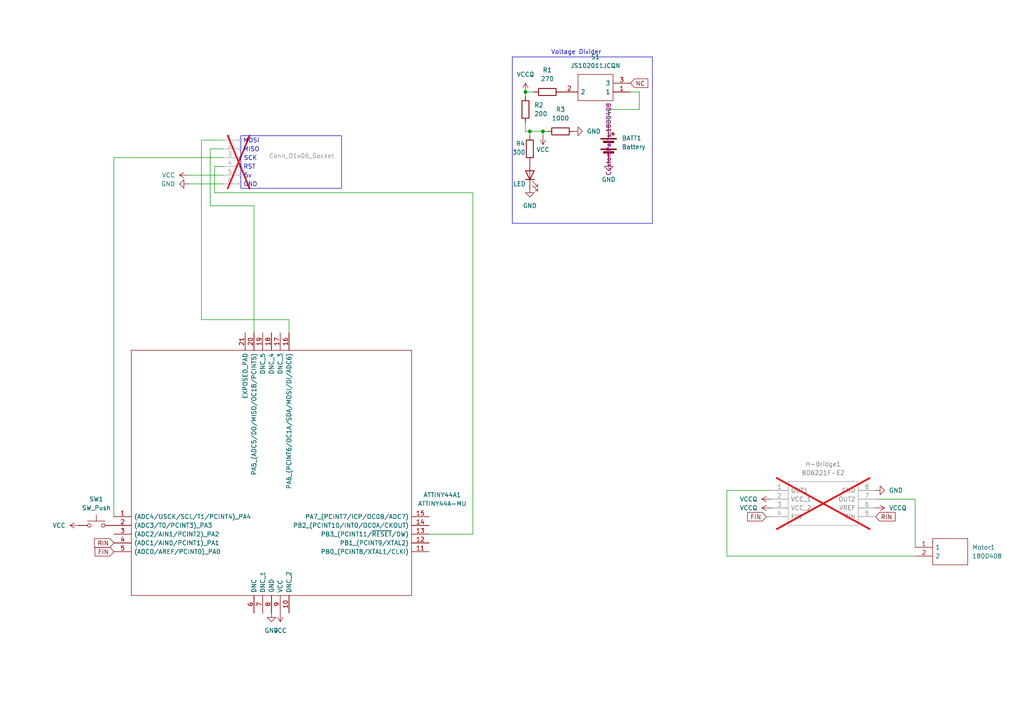
<source format=kicad_sch>
(kicad_sch (version 20231120) (generator "eeschema") (generator_version "8.0")
  (paper "A4")
  (lib_symbols
    (symbol "Connector:Conn_01x06_Socket" (pin_names (offset 1.016) hide)
      (property "Reference" "J" (at 0 7.62 0))
      (property "Value" "Conn_01x06_Socket" (at 0 -10.16 0))
      (symbol "Conn_01x06_Socket_1_1"
        (arc (start 0 -7.112) (mid -0.5058 -7.62) (end 0 -8.128) (stroke (width 0.1524)))
        (arc (start 0 -4.572) (mid -0.5058 -5.08) (end 0 -5.588) (stroke (width 0.1524)))
        (arc (start 0 -2.032) (mid -0.5058 -2.54) (end 0 -3.048) (stroke (width 0.1524)))
        (polyline (pts (xy -1.27 -7.62) (xy -0.508 -7.62)) (stroke (width 0.1524)))
        (polyline (pts (xy -1.27 -5.08) (xy -0.508 -5.08)) (stroke (width 0.1524)))
        (polyline (pts (xy -1.27 -2.54) (xy -0.508 -2.54)) (stroke (width 0.1524)))
        (polyline (pts (xy -1.27 0) (xy -0.508 0)) (stroke (width 0.1524)))
        (polyline (pts (xy -1.27 2.54) (xy -0.508 2.54)) (stroke (width 0.1524)))
        (polyline (pts (xy -1.27 5.08) (xy -0.508 5.08)) (stroke (width 0.1524)))
        (arc (start 0 0.508) (mid -0.5058 0) (end 0 -0.508) (stroke (width 0.1524)))
        (arc (start 0 3.048) (mid -0.5058 2.54) (end 0 2.032) (stroke (width 0.1524)))
        (arc (start 0 5.588) (mid -0.5058 5.08) (end 0 4.572) (stroke (width 0.1524)))
        (pin passive line (at -5.08 5.08 0) (length 3.81) (name "Pin_1") (number "1"))
        (pin passive line (at -5.08 2.54 0) (length 3.81) (name "Pin_2") (number "2"))
        (pin passive line (at -5.08 0 0) (length 3.81) (name "Pin_3") (number "3"))
        (pin passive line (at -5.08 -2.54 0) (length 3.81) (name "Pin_4") (number "4"))
        (pin passive line (at -5.08 -5.08 0) (length 3.81) (name "Pin_5") (number "5"))
        (pin passive line (at -5.08 -7.62 0) (length 3.81) (name "Pin_6") (number "6"))
      )
    )
    (symbol "CustomParts:1800408" (pin_names (offset 0.762))
      (property "Reference" "J" (at 16.51 7.62 0))
      (property "Value" "1800408" (at 16.51 5.08 0))
      (symbol "1800408_0_0"
        (pin passive line (at 0 0 0) (length 5.08) (name "1") (number "1"))
        (pin passive line (at 0 -2.54 0) (length 5.08) (name "2") (number "2"))
      )
      (symbol "1800408_0_1"
        (polyline (pts (xy 5.08 2.54) (xy 15.24 2.54) (xy 15.24 -5.08) (xy 5.08 -5.08) (xy 5.08 2.54)) (stroke (width 0.1524)))
      )
    )
    (symbol "CustomParts:ATTINY44A-MU" (pin_names (offset 0.762))
      (property "Reference" "IC" (at 87.63 53.34 0))
      (property "Value" "ATTINY44A-MU" (at 87.63 50.8 0))
      (symbol "ATTINY44A-MU_0_0"
        (pin input line (at 0 0 0) (length 5.08) (name "(ADC4/USCK/SCL/T1/PCINT4)_PA4") (number "1"))
        (pin passive line (at 50.8 -27.94 90) (length 5.08) (name "DNC_2") (number "10"))
        (pin input line (at 91.44 -10.16 180) (length 5.08) (name "PB0_(PCINT8/XTAL1/CLKI)") (number "11"))
        (pin input line (at 91.44 -7.62 180) (length 5.08) (name "PB1_(PCINT9/XTAL2)") (number "12"))
        (pin input line (at 91.44 -5.08 180) (length 5.08) (name "PB3_(PCINT11/~{RESET}/DW)") (number "13"))
        (pin output line (at 91.44 -2.54 180) (length 5.08) (name "PB2_(PCINT10/INT0/OC0A/CKOUT)") (number "14"))
        (pin input line (at 91.44 0 180) (length 5.08) (name "PA7_(PCINT7/ICP/OC0B/ADC7)") (number "15"))
        (pin input line (at 50.8 53.34 270) (length 5.08) (name "PA6_(PCINT6/OC1A/SDA/MOSI/DI/ADC6)") (number "16"))
        (pin passive line (at 48.26 53.34 270) (length 5.08) (name "DNC_3") (number "17"))
        (pin passive line (at 45.72 53.34 270) (length 5.08) (name "DNC_4") (number "18"))
        (pin passive line (at 43.18 53.34 270) (length 5.08) (name "DNC_5") (number "19"))
        (pin input line (at 0 -2.54 0) (length 5.08) (name "(ADC3/T0/PCINT3)_PA3") (number "2"))
        (pin input line (at 40.64 53.34 270) (length 5.08) (name "PA5_(ADC5/DO/MISO/OC1B/PCINT5)") (number "20"))
        (pin passive line (at 38.1 53.34 270) (length 5.08) (name "EXPOSED_PAD") (number "21"))
        (pin input line (at 0 -5.08 0) (length 5.08) (name "(ADC2/AIN1/PCINT2)_PA2") (number "3"))
        (pin input line (at 0 -7.62 0) (length 5.08) (name "(ADC1/AIN0/PCINT1)_PA1") (number "4"))
        (pin input line (at 0 -10.16 0) (length 5.08) (name "(ADC0/AREF/PCINT0)_PA0") (number "5"))
        (pin passive line (at 40.64 -27.94 90) (length 5.08) (name "DNC") (number "6"))
        (pin passive line (at 43.18 -27.94 90) (length 5.08) (name "DNC_1") (number "7"))
        (pin power_in line (at 45.72 -27.94 90) (length 5.08) (name "GND") (number "8"))
        (pin power_in line (at 48.26 -27.94 90) (length 5.08) (name "VCC") (number "9"))
      )
      (symbol "ATTINY44A-MU_0_1"
        (polyline (pts (xy 5.08 48.26) (xy 86.36 48.26) (xy 86.36 -22.86) (xy 5.08 -22.86) (xy 5.08 48.26)) (stroke (width 0.1524)))
      )
    )
    (symbol "CustomParts:BD6221F-E2" (pin_names (offset 0.762))
      (property "Reference" "IC" (at 26.67 7.62 0))
      (property "Value" "BD6221F-E2" (at 26.67 5.08 0))
      (symbol "BD6221F-E2_0_0"
        (pin passive line (at 0 0 0) (length 5.08) (name "OUT1") (number "1"))
        (pin passive line (at 0 -2.54 0) (length 5.08) (name "VCC_1") (number "2"))
        (pin passive line (at 0 -5.08 0) (length 5.08) (name "VCC_2") (number "3"))
        (pin passive line (at 0 -7.62 0) (length 5.08) (name "FIN") (number "4"))
        (pin passive line (at 30.48 -7.62 180) (length 5.08) (name "RIN") (number "5"))
        (pin passive line (at 30.48 -5.08 180) (length 5.08) (name "VREF") (number "6"))
        (pin passive line (at 30.48 -2.54 180) (length 5.08) (name "OUT2") (number "7"))
        (pin passive line (at 30.48 0 180) (length 5.08) (name "GND") (number "8"))
      )
      (symbol "BD6221F-E2_0_1"
        (polyline (pts (xy 5.08 2.54) (xy 25.4 2.54) (xy 25.4 -10.16) (xy 5.08 -10.16) (xy 5.08 2.54)) (stroke (width 0.1524)))
      )
    )
    (symbol "CustomParts:JS102011JCQN" (pin_names (offset 0.762))
      (property "Reference" "S" (at 16.51 7.62 0))
      (property "Value" "JS102011JCQN" (at 16.51 5.08 0))
      (symbol "JS102011JCQN_0_0"
        (pin passive line (at 0 0 0) (length 5.08) (name "1") (number "1"))
        (pin passive line (at 20.32 0 180) (length 5.08) (name "2") (number "2"))
        (pin passive line (at 0 -2.54 0) (length 5.08) (name "3") (number "3"))
      )
      (symbol "JS102011JCQN_0_1"
        (polyline (pts (xy 5.08 2.54) (xy 15.24 2.54) (xy 15.24 -5.08) (xy 5.08 -5.08) (xy 5.08 2.54)) (stroke (width 0.1524)))
      )
    )
    (symbol "Device:Battery" (pin_numbers hide) (pin_names (offset 0) hide)
      (property "Reference" "BT" (at 2.54 2.54 0))
      (property "Value" "Battery" (at 2.54 0 0))
      (symbol "Battery_0_1"
        (rectangle (start -2.286 -1.27) (end 2.286 -1.524) (fill (type outline)))
        (rectangle (start -2.286 1.778) (end 2.286 1.524) (fill (type outline)))
        (rectangle (start -1.524 -2.032) (end 1.524 -2.54) (fill (type outline)))
        (rectangle (start -1.524 1.016) (end 1.524 0.508) (fill (type outline)))
        (polyline (pts (xy 0 -1.016) (xy 0 -0.762)))
        (polyline (pts (xy 0 -0.508) (xy 0 -0.254)))
        (polyline (pts (xy 0 0) (xy 0 0.254)))
        (polyline (pts (xy 0 1.778) (xy 0 2.54)))
        (polyline (pts (xy 0.762 3.048) (xy 1.778 3.048)) (stroke (width 0.254)))
        (polyline (pts (xy 1.27 3.556) (xy 1.27 2.54)) (stroke (width 0.254)))
      )
      (symbol "Battery_1_1"
        (pin passive line (at 0 5.08 270) (length 2.54) (name "+") (number "1"))
        (pin passive line (at 0 -5.08 90) (length 2.54) (name "-") (number "2"))
      )
    )
    (symbol "Device:LED" (pin_numbers hide) (pin_names (offset 1.016) hide)
      (property "Reference" "D" (at 0 2.54 0))
      (property "Value" "LED" (at 0 -2.54 0))
      (symbol "LED_0_1"
        (polyline (pts (xy -1.27 -1.27) (xy -1.27 1.27)) (stroke (width 0.254)))
        (polyline (pts (xy -1.27 0) (xy 1.27 0)))
        (polyline (pts (xy 1.27 -1.27) (xy 1.27 1.27) (xy -1.27 0) (xy 1.27 -1.27)) (stroke (width 0.254)))
        (polyline (pts (xy -3.048 -0.762) (xy -4.572 -2.286) (xy -3.81 -2.286) (xy -4.572 -2.286) (xy -4.572 -1.524)))
        (polyline (pts (xy -1.778 -0.762) (xy -3.302 -2.286) (xy -2.54 -2.286) (xy -3.302 -2.286) (xy -3.302 -1.524)))
      )
      (symbol "LED_1_1"
        (pin passive line (at -3.81 0 0) (length 2.54) (name "K") (number "1"))
        (pin passive line (at 3.81 0 180) (length 2.54) (name "A") (number "2"))
      )
    )
    (symbol "Device:R" (pin_numbers hide) (pin_names (offset 0))
      (property "Reference" "R" (at 2.032 0 90))
      (property "Value" "R" (at 0 0 90))
      (symbol "R_0_1"
        (rectangle (start -1.016 -2.54) (end 1.016 2.54) (stroke (width 0.254)))
      )
      (symbol "R_1_1"
        (pin passive line (at 0 3.81 270) (length 1.27) (name "~") (number "1"))
        (pin passive line (at 0 -3.81 90) (length 1.27) (name "~") (number "2"))
      )
    )
    (symbol "Switch:SW_Push" (pin_numbers hide) (pin_names (offset 1.016) hide)
      (property "Reference" "SW" (at 1.27 2.54 0))
      (property "Value" "SW_Push" (at 0 -1.524 0))
      (symbol "SW_Push_0_1"
        (circle (center -2.032 0) (radius 0.508))
        (polyline (pts (xy 0 1.27) (xy 0 3.048)))
        (polyline (pts (xy 2.54 1.27) (xy -2.54 1.27)))
        (circle (center 2.032 0) (radius 0.508))
        (pin passive line (at -5.08 0 0) (length 2.54) (name "1") (number "1"))
        (pin passive line (at 5.08 0 180) (length 2.54) (name "2") (number "2"))
      )
    )
    (symbol "power:GND" (power) (pin_numbers hide) (pin_names (offset 0) hide)
      (property "Value" "GND" (at 0 -3.81 0))
      (symbol "GND_0_1"
        (polyline (pts (xy 0 0) (xy 0 -1.27) (xy 1.27 -1.27) (xy 0 -2.54) (xy -1.27 -1.27) (xy 0 -1.27)))
      )
      (symbol "GND_1_1"
        (pin power_in line (at 0 0 270) (length 0) (name "~") (number "1"))
      )
    )
    (symbol "power:VCC" (power) (pin_numbers hide) (pin_names (offset 0) hide)
      (property "Value" "VCC" (at 0 3.556 0))
      (symbol "VCC_0_1"
        (polyline (pts (xy -0.762 1.27) (xy 0 2.54)))
        (polyline (pts (xy 0 0) (xy 0 2.54)))
        (polyline (pts (xy 0 2.54) (xy 0.762 1.27)))
      )
      (symbol "VCC_1_1"
        (pin power_in line (at 0 0 90) (length 0) (name "~") (number "1"))
      )
    )
    (symbol "power:VCCQ" (power) (pin_numbers hide) (pin_names (offset 0) hide)
      (property "Value" "VCCQ" (at 0 3.556 0))
      (symbol "VCCQ_0_1"
        (polyline (pts (xy -0.762 1.27) (xy 0 2.54)))
        (polyline (pts (xy 0 0) (xy 0 2.54)))
        (polyline (pts (xy 0 2.54) (xy 0.762 1.27)))
      )
      (symbol "VCCQ_1_1"
        (pin power_in line (at 0 0 90) (length 0) (name "~") (number "1"))
      )
    )
  )
  (junction (at 153.67 38.1))
  (junction (at 152.4 26.67))
  (junction (at 157.48 38.1))
  (wire (pts (xy 137.16 55.88) (xy 62.23 55.88)))
  (wire (pts (xy 157.48 38.1) (xy 158.75 38.1)))
  (wire (pts (xy 33.02 45.72) (xy 33.02 149.86)))
  (wire (pts (xy 152.4 26.67) (xy 154.94 26.67)))
  (wire (pts (xy 185.42 26.67) (xy 182.88 26.67)))
  (wire (pts (xy 73.66 59.69) (xy 73.66 96.52)))
  (wire (pts (xy 62.23 48.26) (xy 64.77 48.26)))
  (wire (pts (xy 254 144.78) (xy 265.43 144.78)))
  (wire (pts (xy 153.67 38.1) (xy 157.48 38.1)))
  (wire (pts (xy 73.66 59.69) (xy 60.96 59.69)))
  (wire (pts (xy 210.82 142.24) (xy 210.82 161.29)))
  (wire (pts (xy 137.16 154.94) (xy 137.16 55.88)))
  (wire (pts (xy 152.4 38.1) (xy 153.67 38.1)))
  (wire (pts (xy 210.82 161.29) (xy 265.43 161.29)))
  (wire (pts (xy 54.61 50.8) (xy 64.77 50.8)))
  (wire (pts (xy 54.61 53.34) (xy 64.77 53.34)))
  (wire (pts (xy 64.77 40.64) (xy 58.42 40.64)))
  (wire (pts (xy 58.42 40.64) (xy 58.42 92.71)))
  (wire (pts (xy 176.53 31.75) (xy 185.42 31.75)))
  (wire (pts (xy 223.52 142.24) (xy 210.82 142.24)))
  (wire (pts (xy 124.46 154.94) (xy 137.16 154.94)))
  (wire (pts (xy 222.25 149.86) (xy 223.52 149.86)))
  (wire (pts (xy 153.67 39.37) (xy 153.67 38.1)))
  (wire (pts (xy 33.02 45.72) (xy 64.77 45.72)))
  (wire (pts (xy 185.42 31.75) (xy 185.42 26.67)))
  (wire (pts (xy 58.42 92.71) (xy 83.82 92.71)))
  (wire (pts (xy 60.96 59.69) (xy 60.96 43.18)))
  (wire (pts (xy 60.96 43.18) (xy 64.77 43.18)))
  (wire (pts (xy 152.4 27.94) (xy 152.4 26.67)))
  (wire (pts (xy 62.23 55.88) (xy 62.23 48.26)))
  (wire (pts (xy 265.43 144.78) (xy 265.43 158.75)))
  (wire (pts (xy 152.4 35.56) (xy 152.4 38.1)))
  (wire (pts (xy 83.82 92.71) (xy 83.82 96.52)))
  (wire (pts (xy 157.48 38.1) (xy 157.48 39.37)))
  (wire (pts (xy 176.53 36.83) (xy 176.53 31.75)))
  (rectangle (start 69.85 39.37) (end 99.06 54.61))
  (rectangle (start 148.59 16.51) (end 189.23 64.77))
  (text "MOSI\n" (at 72.898 40.894 0) (effects (font (size 1.27 1.27))))
  (text "RST" (at 72.39 48.514 0) (effects (font (size 1.27 1.27))))
  (text "5v" (at 71.882 51.054 0) (effects (font (size 1.27 1.27))))
  (text "Voltage Divider" (at 167.132 15.24 0) (effects (font (size 1.27 1.27))))
  (text "GND\n" (at 72.644 53.594 0) (effects (font (size 1.27 1.27))))
  (text "MISO" (at 72.898 43.434 0) (effects (font (size 1.27 1.27))))
  (text "SCK" (at 72.644 45.974 0) (effects (font (size 1.27 1.27))))
  (global_label "RIN" (shape input) (at 33.02 157.48 180) (property "Intersheetrefs" "${INTERSHEET_REFS}" (effects (hide yes))))
  (global_label "FIN" (shape input) (at 33.02 160.02 180) (property "Intersheetrefs" "${INTERSHEET_REFS}" (effects (hide yes))))
  (global_label "NC" (shape input) (at 182.88 24.13 0) (property "Intersheetrefs" "${INTERSHEET_REFS}" (effects (hide yes))))
  (global_label "RIN" (shape input) (at 254 149.86 0) (property "Intersheetrefs" "${INTERSHEET_REFS}" (effects (hide yes))))
  (global_label "FIN" (shape input) (at 222.25 149.86 180) (property "Intersheetrefs" "${INTERSHEET_REFS}" (effects (hide yes))))
  (symbol (lib_id "Switch:SW_Push") (at 27.94 152.4 0) (unit 1) (in_bom no)
    (property "Reference" "SW1" (at 27.94 144.78 0))
    (property "Value" "SW_Push" (at 27.94 147.32 0))
    (property "Footprint" "Connector_PinHeader_1.27mm:PinHeader_2x01_P1.27mm_Vertical" (effects (hide yes)))
    (property "Description" "Push button switch, generic, two pins" (effects (hide yes)))
  )
  (symbol (lib_id "power:VCC") (at 157.48 39.37 180) (unit 1)
    (property "Reference" "#PWR05" (effects (hide yes)))
    (property "Value" "VCC" (at 157.48 43.434 0))
    (property "Description" "Power symbol creates a global label with name \"VCC\"" (effects (hide yes)))
  )
  (symbol (lib_id "power:GND") (at 78.74 177.8 0) (unit 1)
    (property "Reference" "#PWR04" (effects (hide yes)))
    (property "Value" "GND" (at 78.74 182.88 0))
    (property "Description" "Power symbol creates a global label with name \"GND\" , ground" (effects (hide yes)))
  )
  (symbol (lib_id "Device:LED") (at 153.67 50.8 90) (unit 1)
    (property "Reference" "LED1" (effects (hide yes)))
    (property "Value" "LED" (at 148.844 53.34 90) (effects (justify right)))
    (property "Footprint" "CustomParts:Green led" (effects (hide yes)))
    (property "Description" "Light emitting diode" (effects (hide yes)))
  )
  (symbol (lib_id "CustomParts:JS102011JCQN") (at 182.88 26.67 180) (unit 1)
    (property "Reference" "S1" (at 172.72 16.51 0))
    (property "Value" "JS102011JCQN" (at 172.72 19.05 0))
    (property "Footprint" "JS102011JCQN" (effects (hide yes)))
    (property "Datasheet" "https://www.ckswitches.com/media/1422/js.pdf" (effects (hide yes)))
    (property "Description" "Slide Switches .3A 6VDC SPDT VERT MNT SMT J BEND" (effects (hide yes)))
    (property "Height" "3" (effects (hide yes)))
    (property "Mouser Part Number" "611-JS102011JCQN" (effects (hide yes)))
    (property "Mouser Price/Stock" "https://www.mouser.co.uk/ProductDetail/CK/JS102011JCQN?qs=74EMXstkWMWQs9mNwlyl0g%3D%3D" (effects (hide yes)))
    (property "Manufacturer_Name" "C & K COMPONENTS" (effects (hide yes)))
    (property "Manufacturer_Part_Number" "JS102011JCQN" (effects (hide yes)))
  )
  (symbol (lib_id "power:GND") (at 254 142.24 90) (unit 1)
    (property "Reference" "#PWR09" (effects (hide yes)))
    (property "Value" "GND" (at 257.81 142.2399 90) (effects (justify right)))
    (property "Description" "Power symbol creates a global label with name \"GND\" , ground" (effects (hide yes)))
  )
  (symbol (lib_id "Device:R") (at 158.75 26.67 90) (unit 1)
    (property "Reference" "R1" (at 158.75 20.32 90))
    (property "Value" "270" (at 158.75 22.86 90))
    (property "Footprint" "Resistor_SMD:R_0402_1005Metric" (effects (hide yes)))
    (property "Description" "Resistor" (effects (hide yes)))
  )
  (symbol (lib_id "Device:R") (at 162.56 38.1 90) (unit 1)
    (property "Reference" "R3" (at 162.56 31.75 90))
    (property "Value" "1000" (at 162.56 34.29 90))
    (property "Footprint" "Resistor_SMD:R_0402_1005Metric" (effects (hide yes)))
    (property "Description" "Resistor" (effects (hide yes)))
  )
  (symbol (lib_id "CustomParts:ATTINY44A-MU") (at 33.02 149.86 0) (unit 1)
    (property "Reference" "ATTINY44A1" (at 128.27 143.5414 0))
    (property "Value" "ATTINY44A-MU" (at 128.27 146.0814 0))
    (property "Footprint" "CustomParts:ATTiny44a-MU" (effects (hide yes)))
    (property "Datasheet" "http://www.atmel.com/Images/doc8183.pdf" (effects (hide yes)))
    (property "Description" "ATTINY44A-MU, 8 bit AVR Microcontroller 20MHz 256 B, 4 kB Flash, 256 B RAM, I2C 20-Pin MLF" (effects (hide yes)))
    (property "Height" "0.8" (effects (hide yes)))
    (property "Manufacturer_Name" "Microchip" (effects (hide yes)))
    (property "Manufacturer_Part_Number" "ATTINY44A-MU" (effects (hide yes)))
    (property "Mouser Part Number" "556-ATTINY44A-MU" (effects (hide yes)))
    (property "Mouser Price/Stock" "https://www.mouser.co.uk/ProductDetail/Microchip-Technology/ATTINY44A-MU?qs=MCbhYIqTEtmCcSA5CYxDlQ%3D%3D" (effects (hide yes)))
    (property "Arrow Part Number" "ATTINY44A-MU" (effects (hide yes)))
    (property "Arrow Price/Stock" "https://www.arrow.com/en/products/attiny44a-mu/microchip-technology?region=europe" (effects (hide yes)))
  )
  (symbol (lib_id "power:VCCQ") (at 223.52 144.78 90) (unit 1)
    (property "Reference" "#PWR07" (effects (hide yes)))
    (property "Value" "VCCQ" (at 219.71 144.7799 90) (effects (justify left)))
    (property "Description" "Power symbol creates a global label with name \"VCCQ\"" (effects (hide yes)))
  )
  (symbol (lib_id "CustomParts:1800408") (at 265.43 158.75 0) (unit 1)
    (property "Reference" "Motor1" (at 281.94 158.7499 0) (effects (justify left)))
    (property "Value" "1800408" (at 281.94 161.2899 0) (effects (justify left)))
    (property "Footprint" "1800408" (effects (hide yes)))
    (property "Datasheet" "http://www.phoenixcontact.net/product/1800408" (effects (hide yes)))
    (property "Description" "Fixed Terminal Blocks SMKDSN1,5/2BK" (effects (hide yes)))
    (property "Height" "11.15" (effects (hide yes)))
    (property "Mouser Part Number" "651-1800408" (effects (hide yes)))
    (property "Mouser Price/Stock" "https://www.mouser.co.uk/ProductDetail/Phoenix-Contact/1800408?qs=2WS7V4AoKFrZfPHTrNVAtQ%3D%3D" (effects (hide yes)))
    (property "Manufacturer_Name" "Phoenix Contact" (effects (hide yes)))
    (property "Manufacturer_Part_Number" "1800408" (effects (hide yes)))
  )
  (symbol (lib_id "power:GND") (at 153.67 54.61 0) (unit 1)
    (property "Reference" "#PWR013" (effects (hide yes)))
    (property "Value" "GND" (at 153.67 59.69 0))
    (property "Description" "Power symbol creates a global label with name \"GND\" , ground" (effects (hide yes)))
  )
  (symbol (lib_id "power:GND") (at 54.61 53.34 270) (unit 1)
    (property "Reference" "#PWR011" (effects (hide yes)))
    (property "Value" "GND" (at 50.8 53.3399 90) (effects (justify right)))
    (property "Description" "Power symbol creates a global label with name \"GND\" , ground" (effects (hide yes)))
  )
  (symbol (lib_id "power:VCC") (at 81.28 177.8 180) (unit 1)
    (property "Reference" "#PWR03" (effects (hide yes)))
    (property "Value" "VCC" (at 81.28 182.88 0))
    (property "Description" "Power symbol creates a global label with name \"VCC\"" (effects (hide yes)))
  )
  (symbol (lib_id "power:GND") (at 166.37 38.1 90) (unit 1)
    (property "Reference" "#PWR02" (effects (hide yes)))
    (property "Value" "GND" (at 170.18 38.0999 90) (effects (justify right)))
    (property "Description" "Power symbol creates a global label with name \"GND\" , ground" (effects (hide yes)))
  )
  (symbol (lib_id "Device:Battery") (at 176.53 41.91 0) (unit 1)
    (property "Reference" "BATT1" (at 180.34 40.0684 0) (effects (justify left)))
    (property "Value" "Battery" (at 180.34 42.6084 0) (effects (justify left)))
    (property "Footprint" "CustomParts:1800408" (at 176.53 40.386 90))
    (property "Description" "Multiple-cell battery" (effects (hide yes)))
  )
  (symbol (lib_id "power:VCCQ") (at 254 147.32 270) (unit 1)
    (property "Reference" "#PWR012" (effects (hide yes)))
    (property "Value" "VCCQ" (at 257.81 147.3199 90) (effects (justify left)))
    (property "Description" "Power symbol creates a global label with name \"VCCQ\"" (effects (hide yes)))
  )
  (symbol (lib_id "CustomParts:BD6221F-E2") (at 223.52 142.24 0) (unit 1) (in_bom no) (dnp yes)
    (property "Reference" "H-Bridge1" (at 238.76 134.62 0))
    (property "Value" "BD6221F-E2" (at 238.76 137.16 0))
    (property "Footprint" "CustomParts:SOIC127P620X171-8N" (effects (hide yes)))
    (property "Datasheet" "https://componentsearchengine.com/Datasheets/2/BD6221F-E2.pdf" (effects (hide yes)))
    (property "Description" "H-bridge Driver 18V 1A Brush Motor SOP8 ROHM BD6221F-E2, Full Bridge Motor Driver Half-Bridge,, 8-Pin SOP" (effects (hide yes)))
    (property "Height" "1.71" (effects (hide yes)))
    (property "Mouser Part Number" "755-BD6221F-E2" (effects (hide yes)))
    (property "Mouser Price/Stock" "https://www.mouser.co.uk/ProductDetail/ROHM-Semiconductor/BD6221F-E2?qs=WqWCsLCZBkrh3y98hhYaPQ%3D%3D" (effects (hide yes)))
    (property "Manufacturer_Name" "ROHM Semiconductor" (effects (hide yes)))
    (property "Manufacturer_Part_Number" "BD6221F-E2" (effects (hide yes)))
  )
  (symbol (lib_id "Device:R") (at 152.4 31.75 0) (unit 1)
    (property "Reference" "R2" (at 154.94 30.4799 0) (effects (justify left)))
    (property "Value" "200" (at 154.94 33.0199 0) (effects (justify left)))
    (property "Footprint" "Resistor_SMD:R_0402_1005Metric" (effects (hide yes)))
    (property "Description" "Resistor" (effects (hide yes)))
  )
  (symbol (lib_id "power:VCC") (at 22.86 152.4 90) (unit 1)
    (property "Reference" "#PWR014" (effects (hide yes)))
    (property "Value" "VCC" (at 19.05 152.3999 90) (effects (justify left)))
    (property "Description" "Power symbol creates a global label with name \"VCC\"" (effects (hide yes)))
  )
  (symbol (lib_id "power:VCCQ") (at 223.52 147.32 90) (unit 1)
    (property "Reference" "#PWR08" (effects (hide yes)))
    (property "Value" "VCCQ" (at 219.71 147.3199 90) (effects (justify left)))
    (property "Description" "Power symbol creates a global label with name \"VCCQ\"" (effects (hide yes)))
  )
  (symbol (lib_id "power:GND") (at 176.53 46.99 0) (unit 1)
    (property "Reference" "#PWR01" (effects (hide yes)))
    (property "Value" "GND" (at 176.53 52.07 0))
    (property "Description" "Power symbol creates a global label with name \"GND\" , ground" (effects (hide yes)))
  )
  (symbol (lib_id "power:VCC") (at 54.61 50.8 90) (unit 1)
    (property "Reference" "#PWR010" (effects (hide yes)))
    (property "Value" "VCC" (at 50.8 50.7999 90) (effects (justify left)))
    (property "Description" "Power symbol creates a global label with name \"VCC\"" (effects (hide yes)))
  )
  (symbol (lib_id "Connector:Conn_01x06_Socket") (at 69.85 45.72 0) (unit 1) (in_bom no) (dnp yes)
    (property "Reference" "Programming-Pins1" (effects (hide yes)))
    (property "Value" "Conn_01x06_Socket" (at 77.978 45.212 0) (effects (justify left)))
    (property "Footprint" "Connector_PinHeader_1.00mm:PinHeader_1x06_P1.00mm_Vertical" (effects (hide yes)))
    (property "Description" "Generic connector, single row, 01x06, script generated" (effects (hide yes)))
  )
  (symbol (lib_id "Device:R") (at 153.67 43.18 0) (unit 1)
    (property "Reference" "R4" (at 149.606 41.656 0) (effects (justify left)))
    (property "Value" "300" (at 148.59 44.196 0) (effects (justify left)))
    (property "Footprint" "Resistor_SMD:R_0402_1005Metric" (effects (hide yes)))
    (property "Description" "Resistor" (effects (hide yes)))
  )
  (symbol (lib_id "power:VCCQ") (at 152.4 26.67 0) (unit 1)
    (property "Reference" "#PWR06" (effects (hide yes)))
    (property "Value" "VCCQ" (at 152.4 21.59 0))
    (property "Description" "Power symbol creates a global label with name \"VCCQ\"" (effects (hide yes)))
  )
)
</source>
